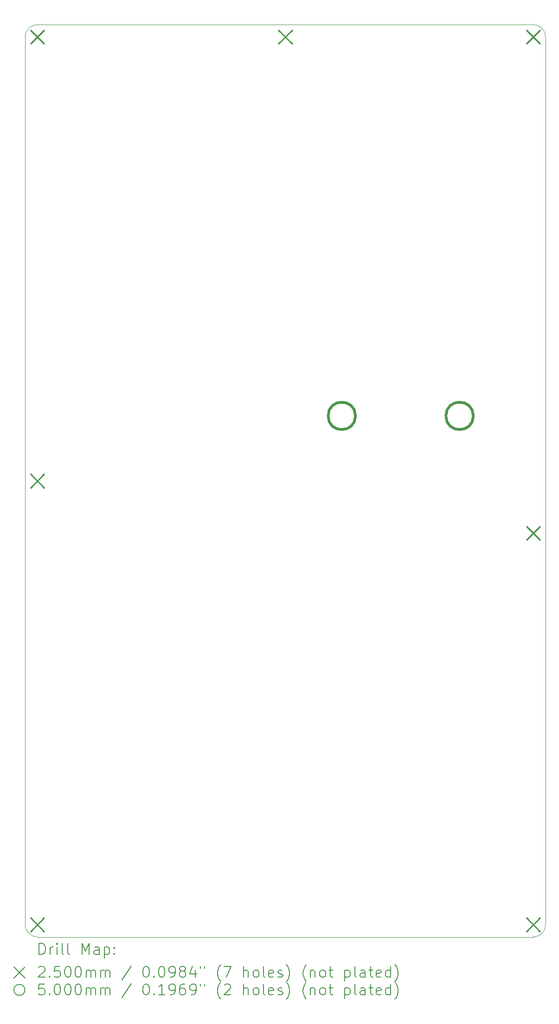
<source format=gbr>
%TF.GenerationSoftware,KiCad,Pcbnew,8.0.2*%
%TF.CreationDate,2024-05-14T20:53:51+07:00*%
%TF.ProjectId,HW.ACIM-PSU,48572e41-4349-44d2-9d50-53552e6b6963,0.0*%
%TF.SameCoordinates,Original*%
%TF.FileFunction,Drillmap*%
%TF.FilePolarity,Positive*%
%FSLAX45Y45*%
G04 Gerber Fmt 4.5, Leading zero omitted, Abs format (unit mm)*
G04 Created by KiCad (PCBNEW 8.0.2) date 2024-05-14 20:53:51*
%MOMM*%
%LPD*%
G01*
G04 APERTURE LIST*
%ADD10C,0.100000*%
%ADD11C,0.200000*%
%ADD12C,0.250000*%
%ADD13C,0.500000*%
G04 APERTURE END LIST*
D10*
X2311700Y-23588410D02*
G75*
G02*
X2086700Y-23363410I0J225000D01*
G01*
X2311700Y-23588420D02*
X11361700Y-23588420D01*
X11361700Y-6948410D02*
G75*
G02*
X11586700Y-7173410I0J-225000D01*
G01*
X11361700Y-6948410D02*
X2311700Y-6948410D01*
X2086700Y-7173410D02*
G75*
G02*
X2311700Y-6948410I225000J0D01*
G01*
X11586700Y-23363410D02*
X11586700Y-7173410D01*
X11586700Y-23363420D02*
G75*
G02*
X11361700Y-23588420I-225000J0D01*
G01*
X2086700Y-7173410D02*
X2086700Y-23363410D01*
D11*
D12*
X2186700Y-7048410D02*
X2436700Y-7298410D01*
X2436700Y-7048410D02*
X2186700Y-7298410D01*
X2186700Y-15143400D02*
X2436700Y-15393400D01*
X2436700Y-15143400D02*
X2186700Y-15393400D01*
X2186700Y-23238410D02*
X2436700Y-23488410D01*
X2436700Y-23238410D02*
X2186700Y-23488410D01*
X6711700Y-7048410D02*
X6961700Y-7298410D01*
X6961700Y-7048410D02*
X6711700Y-7298410D01*
X11236700Y-7048410D02*
X11486700Y-7298410D01*
X11486700Y-7048410D02*
X11236700Y-7298410D01*
X11236700Y-16098390D02*
X11486700Y-16348390D01*
X11486700Y-16098390D02*
X11236700Y-16348390D01*
X11236700Y-23238410D02*
X11486700Y-23488410D01*
X11486700Y-23238410D02*
X11236700Y-23488410D01*
D13*
X8116710Y-14083920D02*
G75*
G02*
X7616710Y-14083920I-250000J0D01*
G01*
X7616710Y-14083920D02*
G75*
G02*
X8116710Y-14083920I250000J0D01*
G01*
X10266710Y-14083920D02*
G75*
G02*
X9766710Y-14083920I-250000J0D01*
G01*
X9766710Y-14083920D02*
G75*
G02*
X10266710Y-14083920I250000J0D01*
G01*
D11*
X2342477Y-23904904D02*
X2342477Y-23704904D01*
X2342477Y-23704904D02*
X2390096Y-23704904D01*
X2390096Y-23704904D02*
X2418667Y-23714428D01*
X2418667Y-23714428D02*
X2437715Y-23733475D01*
X2437715Y-23733475D02*
X2447239Y-23752523D01*
X2447239Y-23752523D02*
X2456763Y-23790618D01*
X2456763Y-23790618D02*
X2456763Y-23819189D01*
X2456763Y-23819189D02*
X2447239Y-23857285D01*
X2447239Y-23857285D02*
X2437715Y-23876332D01*
X2437715Y-23876332D02*
X2418667Y-23895380D01*
X2418667Y-23895380D02*
X2390096Y-23904904D01*
X2390096Y-23904904D02*
X2342477Y-23904904D01*
X2542477Y-23904904D02*
X2542477Y-23771570D01*
X2542477Y-23809666D02*
X2552001Y-23790618D01*
X2552001Y-23790618D02*
X2561524Y-23781094D01*
X2561524Y-23781094D02*
X2580572Y-23771570D01*
X2580572Y-23771570D02*
X2599620Y-23771570D01*
X2666286Y-23904904D02*
X2666286Y-23771570D01*
X2666286Y-23704904D02*
X2656763Y-23714428D01*
X2656763Y-23714428D02*
X2666286Y-23723951D01*
X2666286Y-23723951D02*
X2675810Y-23714428D01*
X2675810Y-23714428D02*
X2666286Y-23704904D01*
X2666286Y-23704904D02*
X2666286Y-23723951D01*
X2790096Y-23904904D02*
X2771048Y-23895380D01*
X2771048Y-23895380D02*
X2761524Y-23876332D01*
X2761524Y-23876332D02*
X2761524Y-23704904D01*
X2894858Y-23904904D02*
X2875810Y-23895380D01*
X2875810Y-23895380D02*
X2866286Y-23876332D01*
X2866286Y-23876332D02*
X2866286Y-23704904D01*
X3123429Y-23904904D02*
X3123429Y-23704904D01*
X3123429Y-23704904D02*
X3190096Y-23847761D01*
X3190096Y-23847761D02*
X3256762Y-23704904D01*
X3256762Y-23704904D02*
X3256762Y-23904904D01*
X3437715Y-23904904D02*
X3437715Y-23800142D01*
X3437715Y-23800142D02*
X3428191Y-23781094D01*
X3428191Y-23781094D02*
X3409143Y-23771570D01*
X3409143Y-23771570D02*
X3371048Y-23771570D01*
X3371048Y-23771570D02*
X3352001Y-23781094D01*
X3437715Y-23895380D02*
X3418667Y-23904904D01*
X3418667Y-23904904D02*
X3371048Y-23904904D01*
X3371048Y-23904904D02*
X3352001Y-23895380D01*
X3352001Y-23895380D02*
X3342477Y-23876332D01*
X3342477Y-23876332D02*
X3342477Y-23857285D01*
X3342477Y-23857285D02*
X3352001Y-23838237D01*
X3352001Y-23838237D02*
X3371048Y-23828713D01*
X3371048Y-23828713D02*
X3418667Y-23828713D01*
X3418667Y-23828713D02*
X3437715Y-23819189D01*
X3532953Y-23771570D02*
X3532953Y-23971570D01*
X3532953Y-23781094D02*
X3552001Y-23771570D01*
X3552001Y-23771570D02*
X3590096Y-23771570D01*
X3590096Y-23771570D02*
X3609143Y-23781094D01*
X3609143Y-23781094D02*
X3618667Y-23790618D01*
X3618667Y-23790618D02*
X3628191Y-23809666D01*
X3628191Y-23809666D02*
X3628191Y-23866808D01*
X3628191Y-23866808D02*
X3618667Y-23885856D01*
X3618667Y-23885856D02*
X3609143Y-23895380D01*
X3609143Y-23895380D02*
X3590096Y-23904904D01*
X3590096Y-23904904D02*
X3552001Y-23904904D01*
X3552001Y-23904904D02*
X3532953Y-23895380D01*
X3713905Y-23885856D02*
X3723429Y-23895380D01*
X3723429Y-23895380D02*
X3713905Y-23904904D01*
X3713905Y-23904904D02*
X3704382Y-23895380D01*
X3704382Y-23895380D02*
X3713905Y-23885856D01*
X3713905Y-23885856D02*
X3713905Y-23904904D01*
X3713905Y-23781094D02*
X3723429Y-23790618D01*
X3723429Y-23790618D02*
X3713905Y-23800142D01*
X3713905Y-23800142D02*
X3704382Y-23790618D01*
X3704382Y-23790618D02*
X3713905Y-23781094D01*
X3713905Y-23781094D02*
X3713905Y-23800142D01*
X1881700Y-24133420D02*
X2081700Y-24333420D01*
X2081700Y-24133420D02*
X1881700Y-24333420D01*
X2332953Y-24143951D02*
X2342477Y-24134428D01*
X2342477Y-24134428D02*
X2361524Y-24124904D01*
X2361524Y-24124904D02*
X2409144Y-24124904D01*
X2409144Y-24124904D02*
X2428191Y-24134428D01*
X2428191Y-24134428D02*
X2437715Y-24143951D01*
X2437715Y-24143951D02*
X2447239Y-24162999D01*
X2447239Y-24162999D02*
X2447239Y-24182047D01*
X2447239Y-24182047D02*
X2437715Y-24210618D01*
X2437715Y-24210618D02*
X2323429Y-24324904D01*
X2323429Y-24324904D02*
X2447239Y-24324904D01*
X2532953Y-24305856D02*
X2542477Y-24315380D01*
X2542477Y-24315380D02*
X2532953Y-24324904D01*
X2532953Y-24324904D02*
X2523429Y-24315380D01*
X2523429Y-24315380D02*
X2532953Y-24305856D01*
X2532953Y-24305856D02*
X2532953Y-24324904D01*
X2723429Y-24124904D02*
X2628191Y-24124904D01*
X2628191Y-24124904D02*
X2618667Y-24220142D01*
X2618667Y-24220142D02*
X2628191Y-24210618D01*
X2628191Y-24210618D02*
X2647239Y-24201094D01*
X2647239Y-24201094D02*
X2694858Y-24201094D01*
X2694858Y-24201094D02*
X2713905Y-24210618D01*
X2713905Y-24210618D02*
X2723429Y-24220142D01*
X2723429Y-24220142D02*
X2732953Y-24239189D01*
X2732953Y-24239189D02*
X2732953Y-24286808D01*
X2732953Y-24286808D02*
X2723429Y-24305856D01*
X2723429Y-24305856D02*
X2713905Y-24315380D01*
X2713905Y-24315380D02*
X2694858Y-24324904D01*
X2694858Y-24324904D02*
X2647239Y-24324904D01*
X2647239Y-24324904D02*
X2628191Y-24315380D01*
X2628191Y-24315380D02*
X2618667Y-24305856D01*
X2856762Y-24124904D02*
X2875810Y-24124904D01*
X2875810Y-24124904D02*
X2894858Y-24134428D01*
X2894858Y-24134428D02*
X2904382Y-24143951D01*
X2904382Y-24143951D02*
X2913905Y-24162999D01*
X2913905Y-24162999D02*
X2923429Y-24201094D01*
X2923429Y-24201094D02*
X2923429Y-24248713D01*
X2923429Y-24248713D02*
X2913905Y-24286808D01*
X2913905Y-24286808D02*
X2904382Y-24305856D01*
X2904382Y-24305856D02*
X2894858Y-24315380D01*
X2894858Y-24315380D02*
X2875810Y-24324904D01*
X2875810Y-24324904D02*
X2856762Y-24324904D01*
X2856762Y-24324904D02*
X2837715Y-24315380D01*
X2837715Y-24315380D02*
X2828191Y-24305856D01*
X2828191Y-24305856D02*
X2818667Y-24286808D01*
X2818667Y-24286808D02*
X2809143Y-24248713D01*
X2809143Y-24248713D02*
X2809143Y-24201094D01*
X2809143Y-24201094D02*
X2818667Y-24162999D01*
X2818667Y-24162999D02*
X2828191Y-24143951D01*
X2828191Y-24143951D02*
X2837715Y-24134428D01*
X2837715Y-24134428D02*
X2856762Y-24124904D01*
X3047239Y-24124904D02*
X3066286Y-24124904D01*
X3066286Y-24124904D02*
X3085334Y-24134428D01*
X3085334Y-24134428D02*
X3094858Y-24143951D01*
X3094858Y-24143951D02*
X3104382Y-24162999D01*
X3104382Y-24162999D02*
X3113905Y-24201094D01*
X3113905Y-24201094D02*
X3113905Y-24248713D01*
X3113905Y-24248713D02*
X3104382Y-24286808D01*
X3104382Y-24286808D02*
X3094858Y-24305856D01*
X3094858Y-24305856D02*
X3085334Y-24315380D01*
X3085334Y-24315380D02*
X3066286Y-24324904D01*
X3066286Y-24324904D02*
X3047239Y-24324904D01*
X3047239Y-24324904D02*
X3028191Y-24315380D01*
X3028191Y-24315380D02*
X3018667Y-24305856D01*
X3018667Y-24305856D02*
X3009143Y-24286808D01*
X3009143Y-24286808D02*
X2999620Y-24248713D01*
X2999620Y-24248713D02*
X2999620Y-24201094D01*
X2999620Y-24201094D02*
X3009143Y-24162999D01*
X3009143Y-24162999D02*
X3018667Y-24143951D01*
X3018667Y-24143951D02*
X3028191Y-24134428D01*
X3028191Y-24134428D02*
X3047239Y-24124904D01*
X3199620Y-24324904D02*
X3199620Y-24191570D01*
X3199620Y-24210618D02*
X3209143Y-24201094D01*
X3209143Y-24201094D02*
X3228191Y-24191570D01*
X3228191Y-24191570D02*
X3256763Y-24191570D01*
X3256763Y-24191570D02*
X3275810Y-24201094D01*
X3275810Y-24201094D02*
X3285334Y-24220142D01*
X3285334Y-24220142D02*
X3285334Y-24324904D01*
X3285334Y-24220142D02*
X3294858Y-24201094D01*
X3294858Y-24201094D02*
X3313905Y-24191570D01*
X3313905Y-24191570D02*
X3342477Y-24191570D01*
X3342477Y-24191570D02*
X3361524Y-24201094D01*
X3361524Y-24201094D02*
X3371048Y-24220142D01*
X3371048Y-24220142D02*
X3371048Y-24324904D01*
X3466286Y-24324904D02*
X3466286Y-24191570D01*
X3466286Y-24210618D02*
X3475810Y-24201094D01*
X3475810Y-24201094D02*
X3494858Y-24191570D01*
X3494858Y-24191570D02*
X3523429Y-24191570D01*
X3523429Y-24191570D02*
X3542477Y-24201094D01*
X3542477Y-24201094D02*
X3552001Y-24220142D01*
X3552001Y-24220142D02*
X3552001Y-24324904D01*
X3552001Y-24220142D02*
X3561524Y-24201094D01*
X3561524Y-24201094D02*
X3580572Y-24191570D01*
X3580572Y-24191570D02*
X3609143Y-24191570D01*
X3609143Y-24191570D02*
X3628191Y-24201094D01*
X3628191Y-24201094D02*
X3637715Y-24220142D01*
X3637715Y-24220142D02*
X3637715Y-24324904D01*
X4028191Y-24115380D02*
X3856763Y-24372523D01*
X4285334Y-24124904D02*
X4304382Y-24124904D01*
X4304382Y-24124904D02*
X4323429Y-24134428D01*
X4323429Y-24134428D02*
X4332953Y-24143951D01*
X4332953Y-24143951D02*
X4342477Y-24162999D01*
X4342477Y-24162999D02*
X4352001Y-24201094D01*
X4352001Y-24201094D02*
X4352001Y-24248713D01*
X4352001Y-24248713D02*
X4342477Y-24286808D01*
X4342477Y-24286808D02*
X4332953Y-24305856D01*
X4332953Y-24305856D02*
X4323429Y-24315380D01*
X4323429Y-24315380D02*
X4304382Y-24324904D01*
X4304382Y-24324904D02*
X4285334Y-24324904D01*
X4285334Y-24324904D02*
X4266287Y-24315380D01*
X4266287Y-24315380D02*
X4256763Y-24305856D01*
X4256763Y-24305856D02*
X4247239Y-24286808D01*
X4247239Y-24286808D02*
X4237715Y-24248713D01*
X4237715Y-24248713D02*
X4237715Y-24201094D01*
X4237715Y-24201094D02*
X4247239Y-24162999D01*
X4247239Y-24162999D02*
X4256763Y-24143951D01*
X4256763Y-24143951D02*
X4266287Y-24134428D01*
X4266287Y-24134428D02*
X4285334Y-24124904D01*
X4437715Y-24305856D02*
X4447239Y-24315380D01*
X4447239Y-24315380D02*
X4437715Y-24324904D01*
X4437715Y-24324904D02*
X4428191Y-24315380D01*
X4428191Y-24315380D02*
X4437715Y-24305856D01*
X4437715Y-24305856D02*
X4437715Y-24324904D01*
X4571048Y-24124904D02*
X4590096Y-24124904D01*
X4590096Y-24124904D02*
X4609144Y-24134428D01*
X4609144Y-24134428D02*
X4618668Y-24143951D01*
X4618668Y-24143951D02*
X4628191Y-24162999D01*
X4628191Y-24162999D02*
X4637715Y-24201094D01*
X4637715Y-24201094D02*
X4637715Y-24248713D01*
X4637715Y-24248713D02*
X4628191Y-24286808D01*
X4628191Y-24286808D02*
X4618668Y-24305856D01*
X4618668Y-24305856D02*
X4609144Y-24315380D01*
X4609144Y-24315380D02*
X4590096Y-24324904D01*
X4590096Y-24324904D02*
X4571048Y-24324904D01*
X4571048Y-24324904D02*
X4552001Y-24315380D01*
X4552001Y-24315380D02*
X4542477Y-24305856D01*
X4542477Y-24305856D02*
X4532953Y-24286808D01*
X4532953Y-24286808D02*
X4523429Y-24248713D01*
X4523429Y-24248713D02*
X4523429Y-24201094D01*
X4523429Y-24201094D02*
X4532953Y-24162999D01*
X4532953Y-24162999D02*
X4542477Y-24143951D01*
X4542477Y-24143951D02*
X4552001Y-24134428D01*
X4552001Y-24134428D02*
X4571048Y-24124904D01*
X4732953Y-24324904D02*
X4771048Y-24324904D01*
X4771048Y-24324904D02*
X4790096Y-24315380D01*
X4790096Y-24315380D02*
X4799620Y-24305856D01*
X4799620Y-24305856D02*
X4818668Y-24277285D01*
X4818668Y-24277285D02*
X4828191Y-24239189D01*
X4828191Y-24239189D02*
X4828191Y-24162999D01*
X4828191Y-24162999D02*
X4818668Y-24143951D01*
X4818668Y-24143951D02*
X4809144Y-24134428D01*
X4809144Y-24134428D02*
X4790096Y-24124904D01*
X4790096Y-24124904D02*
X4752001Y-24124904D01*
X4752001Y-24124904D02*
X4732953Y-24134428D01*
X4732953Y-24134428D02*
X4723429Y-24143951D01*
X4723429Y-24143951D02*
X4713906Y-24162999D01*
X4713906Y-24162999D02*
X4713906Y-24210618D01*
X4713906Y-24210618D02*
X4723429Y-24229666D01*
X4723429Y-24229666D02*
X4732953Y-24239189D01*
X4732953Y-24239189D02*
X4752001Y-24248713D01*
X4752001Y-24248713D02*
X4790096Y-24248713D01*
X4790096Y-24248713D02*
X4809144Y-24239189D01*
X4809144Y-24239189D02*
X4818668Y-24229666D01*
X4818668Y-24229666D02*
X4828191Y-24210618D01*
X4942477Y-24210618D02*
X4923429Y-24201094D01*
X4923429Y-24201094D02*
X4913906Y-24191570D01*
X4913906Y-24191570D02*
X4904382Y-24172523D01*
X4904382Y-24172523D02*
X4904382Y-24162999D01*
X4904382Y-24162999D02*
X4913906Y-24143951D01*
X4913906Y-24143951D02*
X4923429Y-24134428D01*
X4923429Y-24134428D02*
X4942477Y-24124904D01*
X4942477Y-24124904D02*
X4980572Y-24124904D01*
X4980572Y-24124904D02*
X4999620Y-24134428D01*
X4999620Y-24134428D02*
X5009144Y-24143951D01*
X5009144Y-24143951D02*
X5018668Y-24162999D01*
X5018668Y-24162999D02*
X5018668Y-24172523D01*
X5018668Y-24172523D02*
X5009144Y-24191570D01*
X5009144Y-24191570D02*
X4999620Y-24201094D01*
X4999620Y-24201094D02*
X4980572Y-24210618D01*
X4980572Y-24210618D02*
X4942477Y-24210618D01*
X4942477Y-24210618D02*
X4923429Y-24220142D01*
X4923429Y-24220142D02*
X4913906Y-24229666D01*
X4913906Y-24229666D02*
X4904382Y-24248713D01*
X4904382Y-24248713D02*
X4904382Y-24286808D01*
X4904382Y-24286808D02*
X4913906Y-24305856D01*
X4913906Y-24305856D02*
X4923429Y-24315380D01*
X4923429Y-24315380D02*
X4942477Y-24324904D01*
X4942477Y-24324904D02*
X4980572Y-24324904D01*
X4980572Y-24324904D02*
X4999620Y-24315380D01*
X4999620Y-24315380D02*
X5009144Y-24305856D01*
X5009144Y-24305856D02*
X5018668Y-24286808D01*
X5018668Y-24286808D02*
X5018668Y-24248713D01*
X5018668Y-24248713D02*
X5009144Y-24229666D01*
X5009144Y-24229666D02*
X4999620Y-24220142D01*
X4999620Y-24220142D02*
X4980572Y-24210618D01*
X5190096Y-24191570D02*
X5190096Y-24324904D01*
X5142477Y-24115380D02*
X5094858Y-24258237D01*
X5094858Y-24258237D02*
X5218668Y-24258237D01*
X5285334Y-24124904D02*
X5285334Y-24162999D01*
X5361525Y-24124904D02*
X5361525Y-24162999D01*
X5656763Y-24401094D02*
X5647239Y-24391570D01*
X5647239Y-24391570D02*
X5628191Y-24362999D01*
X5628191Y-24362999D02*
X5618668Y-24343951D01*
X5618668Y-24343951D02*
X5609144Y-24315380D01*
X5609144Y-24315380D02*
X5599620Y-24267761D01*
X5599620Y-24267761D02*
X5599620Y-24229666D01*
X5599620Y-24229666D02*
X5609144Y-24182047D01*
X5609144Y-24182047D02*
X5618668Y-24153475D01*
X5618668Y-24153475D02*
X5628191Y-24134428D01*
X5628191Y-24134428D02*
X5647239Y-24105856D01*
X5647239Y-24105856D02*
X5656763Y-24096332D01*
X5713906Y-24124904D02*
X5847239Y-24124904D01*
X5847239Y-24124904D02*
X5761525Y-24324904D01*
X6075810Y-24324904D02*
X6075810Y-24124904D01*
X6161525Y-24324904D02*
X6161525Y-24220142D01*
X6161525Y-24220142D02*
X6152001Y-24201094D01*
X6152001Y-24201094D02*
X6132953Y-24191570D01*
X6132953Y-24191570D02*
X6104382Y-24191570D01*
X6104382Y-24191570D02*
X6085334Y-24201094D01*
X6085334Y-24201094D02*
X6075810Y-24210618D01*
X6285334Y-24324904D02*
X6266287Y-24315380D01*
X6266287Y-24315380D02*
X6256763Y-24305856D01*
X6256763Y-24305856D02*
X6247239Y-24286808D01*
X6247239Y-24286808D02*
X6247239Y-24229666D01*
X6247239Y-24229666D02*
X6256763Y-24210618D01*
X6256763Y-24210618D02*
X6266287Y-24201094D01*
X6266287Y-24201094D02*
X6285334Y-24191570D01*
X6285334Y-24191570D02*
X6313906Y-24191570D01*
X6313906Y-24191570D02*
X6332953Y-24201094D01*
X6332953Y-24201094D02*
X6342477Y-24210618D01*
X6342477Y-24210618D02*
X6352001Y-24229666D01*
X6352001Y-24229666D02*
X6352001Y-24286808D01*
X6352001Y-24286808D02*
X6342477Y-24305856D01*
X6342477Y-24305856D02*
X6332953Y-24315380D01*
X6332953Y-24315380D02*
X6313906Y-24324904D01*
X6313906Y-24324904D02*
X6285334Y-24324904D01*
X6466287Y-24324904D02*
X6447239Y-24315380D01*
X6447239Y-24315380D02*
X6437715Y-24296332D01*
X6437715Y-24296332D02*
X6437715Y-24124904D01*
X6618668Y-24315380D02*
X6599620Y-24324904D01*
X6599620Y-24324904D02*
X6561525Y-24324904D01*
X6561525Y-24324904D02*
X6542477Y-24315380D01*
X6542477Y-24315380D02*
X6532953Y-24296332D01*
X6532953Y-24296332D02*
X6532953Y-24220142D01*
X6532953Y-24220142D02*
X6542477Y-24201094D01*
X6542477Y-24201094D02*
X6561525Y-24191570D01*
X6561525Y-24191570D02*
X6599620Y-24191570D01*
X6599620Y-24191570D02*
X6618668Y-24201094D01*
X6618668Y-24201094D02*
X6628191Y-24220142D01*
X6628191Y-24220142D02*
X6628191Y-24239189D01*
X6628191Y-24239189D02*
X6532953Y-24258237D01*
X6704382Y-24315380D02*
X6723430Y-24324904D01*
X6723430Y-24324904D02*
X6761525Y-24324904D01*
X6761525Y-24324904D02*
X6780572Y-24315380D01*
X6780572Y-24315380D02*
X6790096Y-24296332D01*
X6790096Y-24296332D02*
X6790096Y-24286808D01*
X6790096Y-24286808D02*
X6780572Y-24267761D01*
X6780572Y-24267761D02*
X6761525Y-24258237D01*
X6761525Y-24258237D02*
X6732953Y-24258237D01*
X6732953Y-24258237D02*
X6713906Y-24248713D01*
X6713906Y-24248713D02*
X6704382Y-24229666D01*
X6704382Y-24229666D02*
X6704382Y-24220142D01*
X6704382Y-24220142D02*
X6713906Y-24201094D01*
X6713906Y-24201094D02*
X6732953Y-24191570D01*
X6732953Y-24191570D02*
X6761525Y-24191570D01*
X6761525Y-24191570D02*
X6780572Y-24201094D01*
X6856763Y-24401094D02*
X6866287Y-24391570D01*
X6866287Y-24391570D02*
X6885334Y-24362999D01*
X6885334Y-24362999D02*
X6894858Y-24343951D01*
X6894858Y-24343951D02*
X6904382Y-24315380D01*
X6904382Y-24315380D02*
X6913906Y-24267761D01*
X6913906Y-24267761D02*
X6913906Y-24229666D01*
X6913906Y-24229666D02*
X6904382Y-24182047D01*
X6904382Y-24182047D02*
X6894858Y-24153475D01*
X6894858Y-24153475D02*
X6885334Y-24134428D01*
X6885334Y-24134428D02*
X6866287Y-24105856D01*
X6866287Y-24105856D02*
X6856763Y-24096332D01*
X7218668Y-24401094D02*
X7209144Y-24391570D01*
X7209144Y-24391570D02*
X7190096Y-24362999D01*
X7190096Y-24362999D02*
X7180572Y-24343951D01*
X7180572Y-24343951D02*
X7171049Y-24315380D01*
X7171049Y-24315380D02*
X7161525Y-24267761D01*
X7161525Y-24267761D02*
X7161525Y-24229666D01*
X7161525Y-24229666D02*
X7171049Y-24182047D01*
X7171049Y-24182047D02*
X7180572Y-24153475D01*
X7180572Y-24153475D02*
X7190096Y-24134428D01*
X7190096Y-24134428D02*
X7209144Y-24105856D01*
X7209144Y-24105856D02*
X7218668Y-24096332D01*
X7294858Y-24191570D02*
X7294858Y-24324904D01*
X7294858Y-24210618D02*
X7304382Y-24201094D01*
X7304382Y-24201094D02*
X7323430Y-24191570D01*
X7323430Y-24191570D02*
X7352001Y-24191570D01*
X7352001Y-24191570D02*
X7371049Y-24201094D01*
X7371049Y-24201094D02*
X7380572Y-24220142D01*
X7380572Y-24220142D02*
X7380572Y-24324904D01*
X7504382Y-24324904D02*
X7485334Y-24315380D01*
X7485334Y-24315380D02*
X7475811Y-24305856D01*
X7475811Y-24305856D02*
X7466287Y-24286808D01*
X7466287Y-24286808D02*
X7466287Y-24229666D01*
X7466287Y-24229666D02*
X7475811Y-24210618D01*
X7475811Y-24210618D02*
X7485334Y-24201094D01*
X7485334Y-24201094D02*
X7504382Y-24191570D01*
X7504382Y-24191570D02*
X7532953Y-24191570D01*
X7532953Y-24191570D02*
X7552001Y-24201094D01*
X7552001Y-24201094D02*
X7561525Y-24210618D01*
X7561525Y-24210618D02*
X7571049Y-24229666D01*
X7571049Y-24229666D02*
X7571049Y-24286808D01*
X7571049Y-24286808D02*
X7561525Y-24305856D01*
X7561525Y-24305856D02*
X7552001Y-24315380D01*
X7552001Y-24315380D02*
X7532953Y-24324904D01*
X7532953Y-24324904D02*
X7504382Y-24324904D01*
X7628192Y-24191570D02*
X7704382Y-24191570D01*
X7656763Y-24124904D02*
X7656763Y-24296332D01*
X7656763Y-24296332D02*
X7666287Y-24315380D01*
X7666287Y-24315380D02*
X7685334Y-24324904D01*
X7685334Y-24324904D02*
X7704382Y-24324904D01*
X7923430Y-24191570D02*
X7923430Y-24391570D01*
X7923430Y-24201094D02*
X7942477Y-24191570D01*
X7942477Y-24191570D02*
X7980573Y-24191570D01*
X7980573Y-24191570D02*
X7999620Y-24201094D01*
X7999620Y-24201094D02*
X8009144Y-24210618D01*
X8009144Y-24210618D02*
X8018668Y-24229666D01*
X8018668Y-24229666D02*
X8018668Y-24286808D01*
X8018668Y-24286808D02*
X8009144Y-24305856D01*
X8009144Y-24305856D02*
X7999620Y-24315380D01*
X7999620Y-24315380D02*
X7980573Y-24324904D01*
X7980573Y-24324904D02*
X7942477Y-24324904D01*
X7942477Y-24324904D02*
X7923430Y-24315380D01*
X8132953Y-24324904D02*
X8113906Y-24315380D01*
X8113906Y-24315380D02*
X8104382Y-24296332D01*
X8104382Y-24296332D02*
X8104382Y-24124904D01*
X8294858Y-24324904D02*
X8294858Y-24220142D01*
X8294858Y-24220142D02*
X8285334Y-24201094D01*
X8285334Y-24201094D02*
X8266287Y-24191570D01*
X8266287Y-24191570D02*
X8228192Y-24191570D01*
X8228192Y-24191570D02*
X8209144Y-24201094D01*
X8294858Y-24315380D02*
X8275811Y-24324904D01*
X8275811Y-24324904D02*
X8228192Y-24324904D01*
X8228192Y-24324904D02*
X8209144Y-24315380D01*
X8209144Y-24315380D02*
X8199620Y-24296332D01*
X8199620Y-24296332D02*
X8199620Y-24277285D01*
X8199620Y-24277285D02*
X8209144Y-24258237D01*
X8209144Y-24258237D02*
X8228192Y-24248713D01*
X8228192Y-24248713D02*
X8275811Y-24248713D01*
X8275811Y-24248713D02*
X8294858Y-24239189D01*
X8361525Y-24191570D02*
X8437715Y-24191570D01*
X8390096Y-24124904D02*
X8390096Y-24296332D01*
X8390096Y-24296332D02*
X8399620Y-24315380D01*
X8399620Y-24315380D02*
X8418668Y-24324904D01*
X8418668Y-24324904D02*
X8437715Y-24324904D01*
X8580573Y-24315380D02*
X8561525Y-24324904D01*
X8561525Y-24324904D02*
X8523430Y-24324904D01*
X8523430Y-24324904D02*
X8504382Y-24315380D01*
X8504382Y-24315380D02*
X8494858Y-24296332D01*
X8494858Y-24296332D02*
X8494858Y-24220142D01*
X8494858Y-24220142D02*
X8504382Y-24201094D01*
X8504382Y-24201094D02*
X8523430Y-24191570D01*
X8523430Y-24191570D02*
X8561525Y-24191570D01*
X8561525Y-24191570D02*
X8580573Y-24201094D01*
X8580573Y-24201094D02*
X8590096Y-24220142D01*
X8590096Y-24220142D02*
X8590096Y-24239189D01*
X8590096Y-24239189D02*
X8494858Y-24258237D01*
X8761525Y-24324904D02*
X8761525Y-24124904D01*
X8761525Y-24315380D02*
X8742477Y-24324904D01*
X8742477Y-24324904D02*
X8704382Y-24324904D01*
X8704382Y-24324904D02*
X8685335Y-24315380D01*
X8685335Y-24315380D02*
X8675811Y-24305856D01*
X8675811Y-24305856D02*
X8666287Y-24286808D01*
X8666287Y-24286808D02*
X8666287Y-24229666D01*
X8666287Y-24229666D02*
X8675811Y-24210618D01*
X8675811Y-24210618D02*
X8685335Y-24201094D01*
X8685335Y-24201094D02*
X8704382Y-24191570D01*
X8704382Y-24191570D02*
X8742477Y-24191570D01*
X8742477Y-24191570D02*
X8761525Y-24201094D01*
X8837716Y-24401094D02*
X8847239Y-24391570D01*
X8847239Y-24391570D02*
X8866287Y-24362999D01*
X8866287Y-24362999D02*
X8875811Y-24343951D01*
X8875811Y-24343951D02*
X8885335Y-24315380D01*
X8885335Y-24315380D02*
X8894858Y-24267761D01*
X8894858Y-24267761D02*
X8894858Y-24229666D01*
X8894858Y-24229666D02*
X8885335Y-24182047D01*
X8885335Y-24182047D02*
X8875811Y-24153475D01*
X8875811Y-24153475D02*
X8866287Y-24134428D01*
X8866287Y-24134428D02*
X8847239Y-24105856D01*
X8847239Y-24105856D02*
X8837716Y-24096332D01*
X2081700Y-24553420D02*
G75*
G02*
X1881700Y-24553420I-100000J0D01*
G01*
X1881700Y-24553420D02*
G75*
G02*
X2081700Y-24553420I100000J0D01*
G01*
X2437715Y-24444904D02*
X2342477Y-24444904D01*
X2342477Y-24444904D02*
X2332953Y-24540142D01*
X2332953Y-24540142D02*
X2342477Y-24530618D01*
X2342477Y-24530618D02*
X2361524Y-24521094D01*
X2361524Y-24521094D02*
X2409144Y-24521094D01*
X2409144Y-24521094D02*
X2428191Y-24530618D01*
X2428191Y-24530618D02*
X2437715Y-24540142D01*
X2437715Y-24540142D02*
X2447239Y-24559189D01*
X2447239Y-24559189D02*
X2447239Y-24606808D01*
X2447239Y-24606808D02*
X2437715Y-24625856D01*
X2437715Y-24625856D02*
X2428191Y-24635380D01*
X2428191Y-24635380D02*
X2409144Y-24644904D01*
X2409144Y-24644904D02*
X2361524Y-24644904D01*
X2361524Y-24644904D02*
X2342477Y-24635380D01*
X2342477Y-24635380D02*
X2332953Y-24625856D01*
X2532953Y-24625856D02*
X2542477Y-24635380D01*
X2542477Y-24635380D02*
X2532953Y-24644904D01*
X2532953Y-24644904D02*
X2523429Y-24635380D01*
X2523429Y-24635380D02*
X2532953Y-24625856D01*
X2532953Y-24625856D02*
X2532953Y-24644904D01*
X2666286Y-24444904D02*
X2685334Y-24444904D01*
X2685334Y-24444904D02*
X2704382Y-24454428D01*
X2704382Y-24454428D02*
X2713905Y-24463951D01*
X2713905Y-24463951D02*
X2723429Y-24482999D01*
X2723429Y-24482999D02*
X2732953Y-24521094D01*
X2732953Y-24521094D02*
X2732953Y-24568713D01*
X2732953Y-24568713D02*
X2723429Y-24606808D01*
X2723429Y-24606808D02*
X2713905Y-24625856D01*
X2713905Y-24625856D02*
X2704382Y-24635380D01*
X2704382Y-24635380D02*
X2685334Y-24644904D01*
X2685334Y-24644904D02*
X2666286Y-24644904D01*
X2666286Y-24644904D02*
X2647239Y-24635380D01*
X2647239Y-24635380D02*
X2637715Y-24625856D01*
X2637715Y-24625856D02*
X2628191Y-24606808D01*
X2628191Y-24606808D02*
X2618667Y-24568713D01*
X2618667Y-24568713D02*
X2618667Y-24521094D01*
X2618667Y-24521094D02*
X2628191Y-24482999D01*
X2628191Y-24482999D02*
X2637715Y-24463951D01*
X2637715Y-24463951D02*
X2647239Y-24454428D01*
X2647239Y-24454428D02*
X2666286Y-24444904D01*
X2856762Y-24444904D02*
X2875810Y-24444904D01*
X2875810Y-24444904D02*
X2894858Y-24454428D01*
X2894858Y-24454428D02*
X2904382Y-24463951D01*
X2904382Y-24463951D02*
X2913905Y-24482999D01*
X2913905Y-24482999D02*
X2923429Y-24521094D01*
X2923429Y-24521094D02*
X2923429Y-24568713D01*
X2923429Y-24568713D02*
X2913905Y-24606808D01*
X2913905Y-24606808D02*
X2904382Y-24625856D01*
X2904382Y-24625856D02*
X2894858Y-24635380D01*
X2894858Y-24635380D02*
X2875810Y-24644904D01*
X2875810Y-24644904D02*
X2856762Y-24644904D01*
X2856762Y-24644904D02*
X2837715Y-24635380D01*
X2837715Y-24635380D02*
X2828191Y-24625856D01*
X2828191Y-24625856D02*
X2818667Y-24606808D01*
X2818667Y-24606808D02*
X2809143Y-24568713D01*
X2809143Y-24568713D02*
X2809143Y-24521094D01*
X2809143Y-24521094D02*
X2818667Y-24482999D01*
X2818667Y-24482999D02*
X2828191Y-24463951D01*
X2828191Y-24463951D02*
X2837715Y-24454428D01*
X2837715Y-24454428D02*
X2856762Y-24444904D01*
X3047239Y-24444904D02*
X3066286Y-24444904D01*
X3066286Y-24444904D02*
X3085334Y-24454428D01*
X3085334Y-24454428D02*
X3094858Y-24463951D01*
X3094858Y-24463951D02*
X3104382Y-24482999D01*
X3104382Y-24482999D02*
X3113905Y-24521094D01*
X3113905Y-24521094D02*
X3113905Y-24568713D01*
X3113905Y-24568713D02*
X3104382Y-24606808D01*
X3104382Y-24606808D02*
X3094858Y-24625856D01*
X3094858Y-24625856D02*
X3085334Y-24635380D01*
X3085334Y-24635380D02*
X3066286Y-24644904D01*
X3066286Y-24644904D02*
X3047239Y-24644904D01*
X3047239Y-24644904D02*
X3028191Y-24635380D01*
X3028191Y-24635380D02*
X3018667Y-24625856D01*
X3018667Y-24625856D02*
X3009143Y-24606808D01*
X3009143Y-24606808D02*
X2999620Y-24568713D01*
X2999620Y-24568713D02*
X2999620Y-24521094D01*
X2999620Y-24521094D02*
X3009143Y-24482999D01*
X3009143Y-24482999D02*
X3018667Y-24463951D01*
X3018667Y-24463951D02*
X3028191Y-24454428D01*
X3028191Y-24454428D02*
X3047239Y-24444904D01*
X3199620Y-24644904D02*
X3199620Y-24511570D01*
X3199620Y-24530618D02*
X3209143Y-24521094D01*
X3209143Y-24521094D02*
X3228191Y-24511570D01*
X3228191Y-24511570D02*
X3256763Y-24511570D01*
X3256763Y-24511570D02*
X3275810Y-24521094D01*
X3275810Y-24521094D02*
X3285334Y-24540142D01*
X3285334Y-24540142D02*
X3285334Y-24644904D01*
X3285334Y-24540142D02*
X3294858Y-24521094D01*
X3294858Y-24521094D02*
X3313905Y-24511570D01*
X3313905Y-24511570D02*
X3342477Y-24511570D01*
X3342477Y-24511570D02*
X3361524Y-24521094D01*
X3361524Y-24521094D02*
X3371048Y-24540142D01*
X3371048Y-24540142D02*
X3371048Y-24644904D01*
X3466286Y-24644904D02*
X3466286Y-24511570D01*
X3466286Y-24530618D02*
X3475810Y-24521094D01*
X3475810Y-24521094D02*
X3494858Y-24511570D01*
X3494858Y-24511570D02*
X3523429Y-24511570D01*
X3523429Y-24511570D02*
X3542477Y-24521094D01*
X3542477Y-24521094D02*
X3552001Y-24540142D01*
X3552001Y-24540142D02*
X3552001Y-24644904D01*
X3552001Y-24540142D02*
X3561524Y-24521094D01*
X3561524Y-24521094D02*
X3580572Y-24511570D01*
X3580572Y-24511570D02*
X3609143Y-24511570D01*
X3609143Y-24511570D02*
X3628191Y-24521094D01*
X3628191Y-24521094D02*
X3637715Y-24540142D01*
X3637715Y-24540142D02*
X3637715Y-24644904D01*
X4028191Y-24435380D02*
X3856763Y-24692523D01*
X4285334Y-24444904D02*
X4304382Y-24444904D01*
X4304382Y-24444904D02*
X4323429Y-24454428D01*
X4323429Y-24454428D02*
X4332953Y-24463951D01*
X4332953Y-24463951D02*
X4342477Y-24482999D01*
X4342477Y-24482999D02*
X4352001Y-24521094D01*
X4352001Y-24521094D02*
X4352001Y-24568713D01*
X4352001Y-24568713D02*
X4342477Y-24606808D01*
X4342477Y-24606808D02*
X4332953Y-24625856D01*
X4332953Y-24625856D02*
X4323429Y-24635380D01*
X4323429Y-24635380D02*
X4304382Y-24644904D01*
X4304382Y-24644904D02*
X4285334Y-24644904D01*
X4285334Y-24644904D02*
X4266287Y-24635380D01*
X4266287Y-24635380D02*
X4256763Y-24625856D01*
X4256763Y-24625856D02*
X4247239Y-24606808D01*
X4247239Y-24606808D02*
X4237715Y-24568713D01*
X4237715Y-24568713D02*
X4237715Y-24521094D01*
X4237715Y-24521094D02*
X4247239Y-24482999D01*
X4247239Y-24482999D02*
X4256763Y-24463951D01*
X4256763Y-24463951D02*
X4266287Y-24454428D01*
X4266287Y-24454428D02*
X4285334Y-24444904D01*
X4437715Y-24625856D02*
X4447239Y-24635380D01*
X4447239Y-24635380D02*
X4437715Y-24644904D01*
X4437715Y-24644904D02*
X4428191Y-24635380D01*
X4428191Y-24635380D02*
X4437715Y-24625856D01*
X4437715Y-24625856D02*
X4437715Y-24644904D01*
X4637715Y-24644904D02*
X4523429Y-24644904D01*
X4580572Y-24644904D02*
X4580572Y-24444904D01*
X4580572Y-24444904D02*
X4561525Y-24473475D01*
X4561525Y-24473475D02*
X4542477Y-24492523D01*
X4542477Y-24492523D02*
X4523429Y-24502047D01*
X4732953Y-24644904D02*
X4771048Y-24644904D01*
X4771048Y-24644904D02*
X4790096Y-24635380D01*
X4790096Y-24635380D02*
X4799620Y-24625856D01*
X4799620Y-24625856D02*
X4818668Y-24597285D01*
X4818668Y-24597285D02*
X4828191Y-24559189D01*
X4828191Y-24559189D02*
X4828191Y-24482999D01*
X4828191Y-24482999D02*
X4818668Y-24463951D01*
X4818668Y-24463951D02*
X4809144Y-24454428D01*
X4809144Y-24454428D02*
X4790096Y-24444904D01*
X4790096Y-24444904D02*
X4752001Y-24444904D01*
X4752001Y-24444904D02*
X4732953Y-24454428D01*
X4732953Y-24454428D02*
X4723429Y-24463951D01*
X4723429Y-24463951D02*
X4713906Y-24482999D01*
X4713906Y-24482999D02*
X4713906Y-24530618D01*
X4713906Y-24530618D02*
X4723429Y-24549666D01*
X4723429Y-24549666D02*
X4732953Y-24559189D01*
X4732953Y-24559189D02*
X4752001Y-24568713D01*
X4752001Y-24568713D02*
X4790096Y-24568713D01*
X4790096Y-24568713D02*
X4809144Y-24559189D01*
X4809144Y-24559189D02*
X4818668Y-24549666D01*
X4818668Y-24549666D02*
X4828191Y-24530618D01*
X4999620Y-24444904D02*
X4961525Y-24444904D01*
X4961525Y-24444904D02*
X4942477Y-24454428D01*
X4942477Y-24454428D02*
X4932953Y-24463951D01*
X4932953Y-24463951D02*
X4913906Y-24492523D01*
X4913906Y-24492523D02*
X4904382Y-24530618D01*
X4904382Y-24530618D02*
X4904382Y-24606808D01*
X4904382Y-24606808D02*
X4913906Y-24625856D01*
X4913906Y-24625856D02*
X4923429Y-24635380D01*
X4923429Y-24635380D02*
X4942477Y-24644904D01*
X4942477Y-24644904D02*
X4980572Y-24644904D01*
X4980572Y-24644904D02*
X4999620Y-24635380D01*
X4999620Y-24635380D02*
X5009144Y-24625856D01*
X5009144Y-24625856D02*
X5018668Y-24606808D01*
X5018668Y-24606808D02*
X5018668Y-24559189D01*
X5018668Y-24559189D02*
X5009144Y-24540142D01*
X5009144Y-24540142D02*
X4999620Y-24530618D01*
X4999620Y-24530618D02*
X4980572Y-24521094D01*
X4980572Y-24521094D02*
X4942477Y-24521094D01*
X4942477Y-24521094D02*
X4923429Y-24530618D01*
X4923429Y-24530618D02*
X4913906Y-24540142D01*
X4913906Y-24540142D02*
X4904382Y-24559189D01*
X5113906Y-24644904D02*
X5152001Y-24644904D01*
X5152001Y-24644904D02*
X5171049Y-24635380D01*
X5171049Y-24635380D02*
X5180572Y-24625856D01*
X5180572Y-24625856D02*
X5199620Y-24597285D01*
X5199620Y-24597285D02*
X5209144Y-24559189D01*
X5209144Y-24559189D02*
X5209144Y-24482999D01*
X5209144Y-24482999D02*
X5199620Y-24463951D01*
X5199620Y-24463951D02*
X5190096Y-24454428D01*
X5190096Y-24454428D02*
X5171049Y-24444904D01*
X5171049Y-24444904D02*
X5132953Y-24444904D01*
X5132953Y-24444904D02*
X5113906Y-24454428D01*
X5113906Y-24454428D02*
X5104382Y-24463951D01*
X5104382Y-24463951D02*
X5094858Y-24482999D01*
X5094858Y-24482999D02*
X5094858Y-24530618D01*
X5094858Y-24530618D02*
X5104382Y-24549666D01*
X5104382Y-24549666D02*
X5113906Y-24559189D01*
X5113906Y-24559189D02*
X5132953Y-24568713D01*
X5132953Y-24568713D02*
X5171049Y-24568713D01*
X5171049Y-24568713D02*
X5190096Y-24559189D01*
X5190096Y-24559189D02*
X5199620Y-24549666D01*
X5199620Y-24549666D02*
X5209144Y-24530618D01*
X5285334Y-24444904D02*
X5285334Y-24482999D01*
X5361525Y-24444904D02*
X5361525Y-24482999D01*
X5656763Y-24721094D02*
X5647239Y-24711570D01*
X5647239Y-24711570D02*
X5628191Y-24682999D01*
X5628191Y-24682999D02*
X5618668Y-24663951D01*
X5618668Y-24663951D02*
X5609144Y-24635380D01*
X5609144Y-24635380D02*
X5599620Y-24587761D01*
X5599620Y-24587761D02*
X5599620Y-24549666D01*
X5599620Y-24549666D02*
X5609144Y-24502047D01*
X5609144Y-24502047D02*
X5618668Y-24473475D01*
X5618668Y-24473475D02*
X5628191Y-24454428D01*
X5628191Y-24454428D02*
X5647239Y-24425856D01*
X5647239Y-24425856D02*
X5656763Y-24416332D01*
X5723429Y-24463951D02*
X5732953Y-24454428D01*
X5732953Y-24454428D02*
X5752001Y-24444904D01*
X5752001Y-24444904D02*
X5799620Y-24444904D01*
X5799620Y-24444904D02*
X5818668Y-24454428D01*
X5818668Y-24454428D02*
X5828191Y-24463951D01*
X5828191Y-24463951D02*
X5837715Y-24482999D01*
X5837715Y-24482999D02*
X5837715Y-24502047D01*
X5837715Y-24502047D02*
X5828191Y-24530618D01*
X5828191Y-24530618D02*
X5713906Y-24644904D01*
X5713906Y-24644904D02*
X5837715Y-24644904D01*
X6075810Y-24644904D02*
X6075810Y-24444904D01*
X6161525Y-24644904D02*
X6161525Y-24540142D01*
X6161525Y-24540142D02*
X6152001Y-24521094D01*
X6152001Y-24521094D02*
X6132953Y-24511570D01*
X6132953Y-24511570D02*
X6104382Y-24511570D01*
X6104382Y-24511570D02*
X6085334Y-24521094D01*
X6085334Y-24521094D02*
X6075810Y-24530618D01*
X6285334Y-24644904D02*
X6266287Y-24635380D01*
X6266287Y-24635380D02*
X6256763Y-24625856D01*
X6256763Y-24625856D02*
X6247239Y-24606808D01*
X6247239Y-24606808D02*
X6247239Y-24549666D01*
X6247239Y-24549666D02*
X6256763Y-24530618D01*
X6256763Y-24530618D02*
X6266287Y-24521094D01*
X6266287Y-24521094D02*
X6285334Y-24511570D01*
X6285334Y-24511570D02*
X6313906Y-24511570D01*
X6313906Y-24511570D02*
X6332953Y-24521094D01*
X6332953Y-24521094D02*
X6342477Y-24530618D01*
X6342477Y-24530618D02*
X6352001Y-24549666D01*
X6352001Y-24549666D02*
X6352001Y-24606808D01*
X6352001Y-24606808D02*
X6342477Y-24625856D01*
X6342477Y-24625856D02*
X6332953Y-24635380D01*
X6332953Y-24635380D02*
X6313906Y-24644904D01*
X6313906Y-24644904D02*
X6285334Y-24644904D01*
X6466287Y-24644904D02*
X6447239Y-24635380D01*
X6447239Y-24635380D02*
X6437715Y-24616332D01*
X6437715Y-24616332D02*
X6437715Y-24444904D01*
X6618668Y-24635380D02*
X6599620Y-24644904D01*
X6599620Y-24644904D02*
X6561525Y-24644904D01*
X6561525Y-24644904D02*
X6542477Y-24635380D01*
X6542477Y-24635380D02*
X6532953Y-24616332D01*
X6532953Y-24616332D02*
X6532953Y-24540142D01*
X6532953Y-24540142D02*
X6542477Y-24521094D01*
X6542477Y-24521094D02*
X6561525Y-24511570D01*
X6561525Y-24511570D02*
X6599620Y-24511570D01*
X6599620Y-24511570D02*
X6618668Y-24521094D01*
X6618668Y-24521094D02*
X6628191Y-24540142D01*
X6628191Y-24540142D02*
X6628191Y-24559189D01*
X6628191Y-24559189D02*
X6532953Y-24578237D01*
X6704382Y-24635380D02*
X6723430Y-24644904D01*
X6723430Y-24644904D02*
X6761525Y-24644904D01*
X6761525Y-24644904D02*
X6780572Y-24635380D01*
X6780572Y-24635380D02*
X6790096Y-24616332D01*
X6790096Y-24616332D02*
X6790096Y-24606808D01*
X6790096Y-24606808D02*
X6780572Y-24587761D01*
X6780572Y-24587761D02*
X6761525Y-24578237D01*
X6761525Y-24578237D02*
X6732953Y-24578237D01*
X6732953Y-24578237D02*
X6713906Y-24568713D01*
X6713906Y-24568713D02*
X6704382Y-24549666D01*
X6704382Y-24549666D02*
X6704382Y-24540142D01*
X6704382Y-24540142D02*
X6713906Y-24521094D01*
X6713906Y-24521094D02*
X6732953Y-24511570D01*
X6732953Y-24511570D02*
X6761525Y-24511570D01*
X6761525Y-24511570D02*
X6780572Y-24521094D01*
X6856763Y-24721094D02*
X6866287Y-24711570D01*
X6866287Y-24711570D02*
X6885334Y-24682999D01*
X6885334Y-24682999D02*
X6894858Y-24663951D01*
X6894858Y-24663951D02*
X6904382Y-24635380D01*
X6904382Y-24635380D02*
X6913906Y-24587761D01*
X6913906Y-24587761D02*
X6913906Y-24549666D01*
X6913906Y-24549666D02*
X6904382Y-24502047D01*
X6904382Y-24502047D02*
X6894858Y-24473475D01*
X6894858Y-24473475D02*
X6885334Y-24454428D01*
X6885334Y-24454428D02*
X6866287Y-24425856D01*
X6866287Y-24425856D02*
X6856763Y-24416332D01*
X7218668Y-24721094D02*
X7209144Y-24711570D01*
X7209144Y-24711570D02*
X7190096Y-24682999D01*
X7190096Y-24682999D02*
X7180572Y-24663951D01*
X7180572Y-24663951D02*
X7171049Y-24635380D01*
X7171049Y-24635380D02*
X7161525Y-24587761D01*
X7161525Y-24587761D02*
X7161525Y-24549666D01*
X7161525Y-24549666D02*
X7171049Y-24502047D01*
X7171049Y-24502047D02*
X7180572Y-24473475D01*
X7180572Y-24473475D02*
X7190096Y-24454428D01*
X7190096Y-24454428D02*
X7209144Y-24425856D01*
X7209144Y-24425856D02*
X7218668Y-24416332D01*
X7294858Y-24511570D02*
X7294858Y-24644904D01*
X7294858Y-24530618D02*
X7304382Y-24521094D01*
X7304382Y-24521094D02*
X7323430Y-24511570D01*
X7323430Y-24511570D02*
X7352001Y-24511570D01*
X7352001Y-24511570D02*
X7371049Y-24521094D01*
X7371049Y-24521094D02*
X7380572Y-24540142D01*
X7380572Y-24540142D02*
X7380572Y-24644904D01*
X7504382Y-24644904D02*
X7485334Y-24635380D01*
X7485334Y-24635380D02*
X7475811Y-24625856D01*
X7475811Y-24625856D02*
X7466287Y-24606808D01*
X7466287Y-24606808D02*
X7466287Y-24549666D01*
X7466287Y-24549666D02*
X7475811Y-24530618D01*
X7475811Y-24530618D02*
X7485334Y-24521094D01*
X7485334Y-24521094D02*
X7504382Y-24511570D01*
X7504382Y-24511570D02*
X7532953Y-24511570D01*
X7532953Y-24511570D02*
X7552001Y-24521094D01*
X7552001Y-24521094D02*
X7561525Y-24530618D01*
X7561525Y-24530618D02*
X7571049Y-24549666D01*
X7571049Y-24549666D02*
X7571049Y-24606808D01*
X7571049Y-24606808D02*
X7561525Y-24625856D01*
X7561525Y-24625856D02*
X7552001Y-24635380D01*
X7552001Y-24635380D02*
X7532953Y-24644904D01*
X7532953Y-24644904D02*
X7504382Y-24644904D01*
X7628192Y-24511570D02*
X7704382Y-24511570D01*
X7656763Y-24444904D02*
X7656763Y-24616332D01*
X7656763Y-24616332D02*
X7666287Y-24635380D01*
X7666287Y-24635380D02*
X7685334Y-24644904D01*
X7685334Y-24644904D02*
X7704382Y-24644904D01*
X7923430Y-24511570D02*
X7923430Y-24711570D01*
X7923430Y-24521094D02*
X7942477Y-24511570D01*
X7942477Y-24511570D02*
X7980573Y-24511570D01*
X7980573Y-24511570D02*
X7999620Y-24521094D01*
X7999620Y-24521094D02*
X8009144Y-24530618D01*
X8009144Y-24530618D02*
X8018668Y-24549666D01*
X8018668Y-24549666D02*
X8018668Y-24606808D01*
X8018668Y-24606808D02*
X8009144Y-24625856D01*
X8009144Y-24625856D02*
X7999620Y-24635380D01*
X7999620Y-24635380D02*
X7980573Y-24644904D01*
X7980573Y-24644904D02*
X7942477Y-24644904D01*
X7942477Y-24644904D02*
X7923430Y-24635380D01*
X8132953Y-24644904D02*
X8113906Y-24635380D01*
X8113906Y-24635380D02*
X8104382Y-24616332D01*
X8104382Y-24616332D02*
X8104382Y-24444904D01*
X8294858Y-24644904D02*
X8294858Y-24540142D01*
X8294858Y-24540142D02*
X8285334Y-24521094D01*
X8285334Y-24521094D02*
X8266287Y-24511570D01*
X8266287Y-24511570D02*
X8228192Y-24511570D01*
X8228192Y-24511570D02*
X8209144Y-24521094D01*
X8294858Y-24635380D02*
X8275811Y-24644904D01*
X8275811Y-24644904D02*
X8228192Y-24644904D01*
X8228192Y-24644904D02*
X8209144Y-24635380D01*
X8209144Y-24635380D02*
X8199620Y-24616332D01*
X8199620Y-24616332D02*
X8199620Y-24597285D01*
X8199620Y-24597285D02*
X8209144Y-24578237D01*
X8209144Y-24578237D02*
X8228192Y-24568713D01*
X8228192Y-24568713D02*
X8275811Y-24568713D01*
X8275811Y-24568713D02*
X8294858Y-24559189D01*
X8361525Y-24511570D02*
X8437715Y-24511570D01*
X8390096Y-24444904D02*
X8390096Y-24616332D01*
X8390096Y-24616332D02*
X8399620Y-24635380D01*
X8399620Y-24635380D02*
X8418668Y-24644904D01*
X8418668Y-24644904D02*
X8437715Y-24644904D01*
X8580573Y-24635380D02*
X8561525Y-24644904D01*
X8561525Y-24644904D02*
X8523430Y-24644904D01*
X8523430Y-24644904D02*
X8504382Y-24635380D01*
X8504382Y-24635380D02*
X8494858Y-24616332D01*
X8494858Y-24616332D02*
X8494858Y-24540142D01*
X8494858Y-24540142D02*
X8504382Y-24521094D01*
X8504382Y-24521094D02*
X8523430Y-24511570D01*
X8523430Y-24511570D02*
X8561525Y-24511570D01*
X8561525Y-24511570D02*
X8580573Y-24521094D01*
X8580573Y-24521094D02*
X8590096Y-24540142D01*
X8590096Y-24540142D02*
X8590096Y-24559189D01*
X8590096Y-24559189D02*
X8494858Y-24578237D01*
X8761525Y-24644904D02*
X8761525Y-24444904D01*
X8761525Y-24635380D02*
X8742477Y-24644904D01*
X8742477Y-24644904D02*
X8704382Y-24644904D01*
X8704382Y-24644904D02*
X8685335Y-24635380D01*
X8685335Y-24635380D02*
X8675811Y-24625856D01*
X8675811Y-24625856D02*
X8666287Y-24606808D01*
X8666287Y-24606808D02*
X8666287Y-24549666D01*
X8666287Y-24549666D02*
X8675811Y-24530618D01*
X8675811Y-24530618D02*
X8685335Y-24521094D01*
X8685335Y-24521094D02*
X8704382Y-24511570D01*
X8704382Y-24511570D02*
X8742477Y-24511570D01*
X8742477Y-24511570D02*
X8761525Y-24521094D01*
X8837716Y-24721094D02*
X8847239Y-24711570D01*
X8847239Y-24711570D02*
X8866287Y-24682999D01*
X8866287Y-24682999D02*
X8875811Y-24663951D01*
X8875811Y-24663951D02*
X8885335Y-24635380D01*
X8885335Y-24635380D02*
X8894858Y-24587761D01*
X8894858Y-24587761D02*
X8894858Y-24549666D01*
X8894858Y-24549666D02*
X8885335Y-24502047D01*
X8885335Y-24502047D02*
X8875811Y-24473475D01*
X8875811Y-24473475D02*
X8866287Y-24454428D01*
X8866287Y-24454428D02*
X8847239Y-24425856D01*
X8847239Y-24425856D02*
X8837716Y-24416332D01*
M02*

</source>
